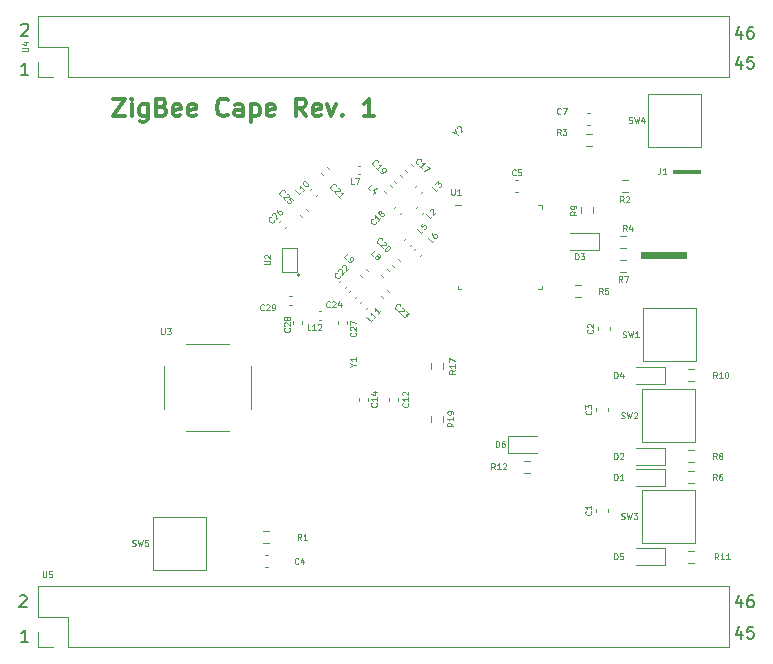
<source format=gbr>
%TF.GenerationSoftware,KiCad,Pcbnew,(5.1.9)-1*%
%TF.CreationDate,2021-09-23T16:30:07-05:00*%
%TF.ProjectId,zigbeeCape,7a696762-6565-4436-9170-652e6b696361,rev?*%
%TF.SameCoordinates,Original*%
%TF.FileFunction,Legend,Top*%
%TF.FilePolarity,Positive*%
%FSLAX46Y46*%
G04 Gerber Fmt 4.6, Leading zero omitted, Abs format (unit mm)*
G04 Created by KiCad (PCBNEW (5.1.9)-1) date 2021-09-23 16:30:07*
%MOMM*%
%LPD*%
G01*
G04 APERTURE LIST*
%ADD10C,0.150000*%
%ADD11C,0.300000*%
%ADD12C,0.120000*%
%ADD13C,0.100000*%
%ADD14C,0.076200*%
G04 APERTURE END LIST*
D10*
X1682714Y1071619D02*
X1111285Y1071619D01*
X1397000Y1071619D02*
X1397000Y2071619D01*
X1301761Y1928761D01*
X1206523Y1833523D01*
X1111285Y1785904D01*
X984285Y4897380D02*
X1031904Y4945000D01*
X1127142Y4992619D01*
X1365238Y4992619D01*
X1460476Y4945000D01*
X1508095Y4897380D01*
X1555714Y4802142D01*
X1555714Y4706904D01*
X1508095Y4564047D01*
X936666Y3992619D01*
X1555714Y3992619D01*
X62071285Y1992285D02*
X62071285Y1325619D01*
X61833190Y2373238D02*
X61595095Y1658952D01*
X62214142Y1658952D01*
X63071285Y2325619D02*
X62595095Y2325619D01*
X62547476Y1849428D01*
X62595095Y1897047D01*
X62690333Y1944666D01*
X62928428Y1944666D01*
X63023666Y1897047D01*
X63071285Y1849428D01*
X63118904Y1754190D01*
X63118904Y1516095D01*
X63071285Y1420857D01*
X63023666Y1373238D01*
X62928428Y1325619D01*
X62690333Y1325619D01*
X62595095Y1373238D01*
X62547476Y1420857D01*
X62071285Y4659285D02*
X62071285Y3992619D01*
X61833190Y5040238D02*
X61595095Y4325952D01*
X62214142Y4325952D01*
X63023666Y4992619D02*
X62833190Y4992619D01*
X62737952Y4945000D01*
X62690333Y4897380D01*
X62595095Y4754523D01*
X62547476Y4564047D01*
X62547476Y4183095D01*
X62595095Y4087857D01*
X62642714Y4040238D01*
X62737952Y3992619D01*
X62928428Y3992619D01*
X63023666Y4040238D01*
X63071285Y4087857D01*
X63118904Y4183095D01*
X63118904Y4421190D01*
X63071285Y4516428D01*
X63023666Y4564047D01*
X62928428Y4611666D01*
X62737952Y4611666D01*
X62642714Y4564047D01*
X62595095Y4516428D01*
X62547476Y4421190D01*
X62071285Y50252285D02*
X62071285Y49585619D01*
X61833190Y50633238D02*
X61595095Y49918952D01*
X62214142Y49918952D01*
X63071285Y50585619D02*
X62595095Y50585619D01*
X62547476Y50109428D01*
X62595095Y50157047D01*
X62690333Y50204666D01*
X62928428Y50204666D01*
X63023666Y50157047D01*
X63071285Y50109428D01*
X63118904Y50014190D01*
X63118904Y49776095D01*
X63071285Y49680857D01*
X63023666Y49633238D01*
X62928428Y49585619D01*
X62690333Y49585619D01*
X62595095Y49633238D01*
X62547476Y49680857D01*
X62071285Y52792285D02*
X62071285Y52125619D01*
X61833190Y53173238D02*
X61595095Y52458952D01*
X62214142Y52458952D01*
X63023666Y53125619D02*
X62833190Y53125619D01*
X62737952Y53078000D01*
X62690333Y53030380D01*
X62595095Y52887523D01*
X62547476Y52697047D01*
X62547476Y52316095D01*
X62595095Y52220857D01*
X62642714Y52173238D01*
X62737952Y52125619D01*
X62928428Y52125619D01*
X63023666Y52173238D01*
X63071285Y52220857D01*
X63118904Y52316095D01*
X63118904Y52554190D01*
X63071285Y52649428D01*
X63023666Y52697047D01*
X62928428Y52744666D01*
X62737952Y52744666D01*
X62642714Y52697047D01*
X62595095Y52649428D01*
X62547476Y52554190D01*
X1111285Y53284380D02*
X1158904Y53332000D01*
X1254142Y53379619D01*
X1492238Y53379619D01*
X1587476Y53332000D01*
X1635095Y53284380D01*
X1682714Y53189142D01*
X1682714Y53093904D01*
X1635095Y52951047D01*
X1063666Y52379619D01*
X1682714Y52379619D01*
X1682714Y49077619D02*
X1111285Y49077619D01*
X1397000Y49077619D02*
X1397000Y50077619D01*
X1301761Y49934761D01*
X1206523Y49839523D01*
X1111285Y49791904D01*
D11*
X8867571Y47049428D02*
X9867571Y47049428D01*
X8867571Y45549428D01*
X9867571Y45549428D01*
X10439000Y45549428D02*
X10439000Y46549428D01*
X10439000Y47049428D02*
X10367571Y46978000D01*
X10439000Y46906571D01*
X10510428Y46978000D01*
X10439000Y47049428D01*
X10439000Y46906571D01*
X11796142Y46549428D02*
X11796142Y45335142D01*
X11724714Y45192285D01*
X11653285Y45120857D01*
X11510428Y45049428D01*
X11296142Y45049428D01*
X11153285Y45120857D01*
X11796142Y45620857D02*
X11653285Y45549428D01*
X11367571Y45549428D01*
X11224714Y45620857D01*
X11153285Y45692285D01*
X11081857Y45835142D01*
X11081857Y46263714D01*
X11153285Y46406571D01*
X11224714Y46478000D01*
X11367571Y46549428D01*
X11653285Y46549428D01*
X11796142Y46478000D01*
X13010428Y46335142D02*
X13224714Y46263714D01*
X13296142Y46192285D01*
X13367571Y46049428D01*
X13367571Y45835142D01*
X13296142Y45692285D01*
X13224714Y45620857D01*
X13081857Y45549428D01*
X12510428Y45549428D01*
X12510428Y47049428D01*
X13010428Y47049428D01*
X13153285Y46978000D01*
X13224714Y46906571D01*
X13296142Y46763714D01*
X13296142Y46620857D01*
X13224714Y46478000D01*
X13153285Y46406571D01*
X13010428Y46335142D01*
X12510428Y46335142D01*
X14581857Y45620857D02*
X14439000Y45549428D01*
X14153285Y45549428D01*
X14010428Y45620857D01*
X13939000Y45763714D01*
X13939000Y46335142D01*
X14010428Y46478000D01*
X14153285Y46549428D01*
X14439000Y46549428D01*
X14581857Y46478000D01*
X14653285Y46335142D01*
X14653285Y46192285D01*
X13939000Y46049428D01*
X15867571Y45620857D02*
X15724714Y45549428D01*
X15439000Y45549428D01*
X15296142Y45620857D01*
X15224714Y45763714D01*
X15224714Y46335142D01*
X15296142Y46478000D01*
X15439000Y46549428D01*
X15724714Y46549428D01*
X15867571Y46478000D01*
X15939000Y46335142D01*
X15939000Y46192285D01*
X15224714Y46049428D01*
X18581857Y45692285D02*
X18510428Y45620857D01*
X18296142Y45549428D01*
X18153285Y45549428D01*
X17939000Y45620857D01*
X17796142Y45763714D01*
X17724714Y45906571D01*
X17653285Y46192285D01*
X17653285Y46406571D01*
X17724714Y46692285D01*
X17796142Y46835142D01*
X17939000Y46978000D01*
X18153285Y47049428D01*
X18296142Y47049428D01*
X18510428Y46978000D01*
X18581857Y46906571D01*
X19867571Y45549428D02*
X19867571Y46335142D01*
X19796142Y46478000D01*
X19653285Y46549428D01*
X19367571Y46549428D01*
X19224714Y46478000D01*
X19867571Y45620857D02*
X19724714Y45549428D01*
X19367571Y45549428D01*
X19224714Y45620857D01*
X19153285Y45763714D01*
X19153285Y45906571D01*
X19224714Y46049428D01*
X19367571Y46120857D01*
X19724714Y46120857D01*
X19867571Y46192285D01*
X20581857Y46549428D02*
X20581857Y45049428D01*
X20581857Y46478000D02*
X20724714Y46549428D01*
X21010428Y46549428D01*
X21153285Y46478000D01*
X21224714Y46406571D01*
X21296142Y46263714D01*
X21296142Y45835142D01*
X21224714Y45692285D01*
X21153285Y45620857D01*
X21010428Y45549428D01*
X20724714Y45549428D01*
X20581857Y45620857D01*
X22510428Y45620857D02*
X22367571Y45549428D01*
X22081857Y45549428D01*
X21938999Y45620857D01*
X21867571Y45763714D01*
X21867571Y46335142D01*
X21938999Y46478000D01*
X22081857Y46549428D01*
X22367571Y46549428D01*
X22510428Y46478000D01*
X22581857Y46335142D01*
X22581857Y46192285D01*
X21867571Y46049428D01*
X25224714Y45549428D02*
X24724714Y46263714D01*
X24367571Y45549428D02*
X24367571Y47049428D01*
X24939000Y47049428D01*
X25081857Y46978000D01*
X25153285Y46906571D01*
X25224714Y46763714D01*
X25224714Y46549428D01*
X25153285Y46406571D01*
X25081857Y46335142D01*
X24939000Y46263714D01*
X24367571Y46263714D01*
X26439000Y45620857D02*
X26296142Y45549428D01*
X26010428Y45549428D01*
X25867571Y45620857D01*
X25796142Y45763714D01*
X25796142Y46335142D01*
X25867571Y46478000D01*
X26010428Y46549428D01*
X26296142Y46549428D01*
X26439000Y46478000D01*
X26510428Y46335142D01*
X26510428Y46192285D01*
X25796142Y46049428D01*
X27010428Y46549428D02*
X27367571Y45549428D01*
X27724714Y46549428D01*
X28296142Y45692285D02*
X28367571Y45620857D01*
X28296142Y45549428D01*
X28224714Y45620857D01*
X28296142Y45692285D01*
X28296142Y45549428D01*
X30938999Y45549428D02*
X30081857Y45549428D01*
X30510428Y45549428D02*
X30510428Y47049428D01*
X30367571Y46835142D01*
X30224714Y46692285D01*
X30081857Y46620857D01*
D12*
%TO.C,U1*%
X38360000Y38010000D02*
X37835000Y38010000D01*
X38060000Y30910000D02*
X38060000Y31210000D01*
X38360000Y30910000D02*
X38060000Y30910000D01*
X45160000Y30910000D02*
X45160000Y31210000D01*
X44860000Y30910000D02*
X45160000Y30910000D01*
X45160000Y38010000D02*
X45160000Y37710000D01*
X44860000Y38010000D02*
X45160000Y38010000D01*
%TO.C,U3*%
X15091000Y26286000D02*
X18691000Y26286000D01*
X15091000Y18926000D02*
X18691000Y18926000D01*
X20571000Y24406000D02*
X20571000Y20806000D01*
X13211000Y24406000D02*
X13211000Y20806000D01*
%TO.C,C14*%
X29739000Y21705835D02*
X29739000Y21474165D01*
X30459000Y21705835D02*
X30459000Y21474165D01*
%TO.C,C12*%
X32279000Y21705835D02*
X32279000Y21474165D01*
X32999000Y21705835D02*
X32999000Y21474165D01*
D13*
%TO.C,J1*%
G36*
X58547000Y40767000D02*
G01*
X56261000Y40767000D01*
X56261000Y41021000D01*
X58547000Y41021000D01*
X58547000Y40767000D01*
G37*
X58547000Y40767000D02*
X56261000Y40767000D01*
X56261000Y41021000D01*
X58547000Y41021000D01*
X58547000Y40767000D01*
G36*
X57404000Y33528000D02*
G01*
X53594000Y33528000D01*
X53594000Y34036000D01*
X57404000Y34036000D01*
X57404000Y33528000D01*
G37*
X57404000Y33528000D02*
X53594000Y33528000D01*
X53594000Y34036000D01*
X57404000Y34036000D01*
X57404000Y33528000D01*
D12*
%TO.C,C5*%
X42906733Y39114000D02*
X43199267Y39114000D01*
X42906733Y40134000D02*
X43199267Y40134000D01*
%TO.C,L12*%
X26516200Y28342000D02*
X26315800Y28342000D01*
X26516200Y29062000D02*
X26315800Y29062000D01*
%TO.C,L11*%
X30424411Y29407294D02*
X30282706Y29265589D01*
X29915294Y29916411D02*
X29773589Y29774706D01*
%TO.C,L9*%
X30282706Y32583411D02*
X30424411Y32441706D01*
X29773589Y32074294D02*
X29915294Y31932589D01*
%TO.C,L8*%
X32060706Y32583411D02*
X32202411Y32441706D01*
X31551589Y32074294D02*
X31693294Y31932589D01*
%TO.C,L6*%
X35025411Y33896294D02*
X34883706Y33754589D01*
X34516294Y34405411D02*
X34374589Y34263706D01*
%TO.C,L5*%
X34185411Y34706294D02*
X34043706Y34564589D01*
X33676294Y35215411D02*
X33534589Y35073706D01*
%TO.C,L2*%
X35165411Y37408294D02*
X35023706Y37266589D01*
X34656294Y37917411D02*
X34514589Y37775706D01*
%TO.C,C29*%
X23991835Y29612000D02*
X23760165Y29612000D01*
X23991835Y30332000D02*
X23760165Y30332000D01*
%TO.C,C28*%
X24871000Y28182835D02*
X24871000Y27951165D01*
X24151000Y28182835D02*
X24151000Y27951165D01*
%TO.C,C27*%
X28681000Y28182835D02*
X28681000Y27951165D01*
X27961000Y28182835D02*
X27961000Y27951165D01*
%TO.C,C26*%
X23577466Y36276349D02*
X23413651Y36112534D01*
X23068349Y36785466D02*
X22904534Y36621651D01*
%TO.C,C25*%
X25191651Y37674466D02*
X25355466Y37510651D01*
X24682534Y37165349D02*
X24846349Y37001534D01*
%TO.C,C24*%
X29546466Y30307349D02*
X29382651Y30143534D01*
X29037349Y30816466D02*
X28873534Y30652651D01*
%TO.C,C23*%
X32049651Y30816466D02*
X32213466Y30652651D01*
X31540534Y30307349D02*
X31704349Y30143534D01*
%TO.C,C22*%
X27984534Y31541651D02*
X28148349Y31705466D01*
X28493651Y31032534D02*
X28657466Y31196349D01*
%TO.C,C21*%
X26624349Y40557534D02*
X26460534Y40721349D01*
X27133466Y41066651D02*
X26969651Y41230466D01*
%TO.C,C20*%
X33022651Y33456466D02*
X33186466Y33292651D01*
X32513534Y32947349D02*
X32677349Y32783534D01*
%TO.C,C19*%
X32847349Y39922534D02*
X32683534Y40086349D01*
X33356466Y40431651D02*
X33192651Y40595466D01*
%TO.C,C18*%
X33356466Y37419349D02*
X33192651Y37255534D01*
X32847349Y37928466D02*
X32683534Y37764651D01*
%TO.C,C17*%
X34081651Y41484466D02*
X34245466Y41320651D01*
X33572534Y40975349D02*
X33736349Y40811534D01*
%TO.C,U5*%
X2480000Y575000D02*
X2480000Y1905000D01*
X3810000Y575000D02*
X2480000Y575000D01*
X2480000Y3175000D02*
X2480000Y5775000D01*
X5080000Y3175000D02*
X2480000Y3175000D01*
X5080000Y575000D02*
X5080000Y3175000D01*
X2480000Y5775000D02*
X61020000Y5775000D01*
X5080000Y575000D02*
X61020000Y575000D01*
X61020000Y575000D02*
X61020000Y5775000D01*
%TO.C,SW1*%
X53757000Y24801000D02*
X58257000Y24801000D01*
X58257000Y24801000D02*
X58257000Y29301000D01*
X58257000Y29301000D02*
X53757000Y29301000D01*
X53757000Y24801000D02*
X53757000Y29301000D01*
%TO.C,D3*%
X47587000Y34190000D02*
X50047000Y34190000D01*
X50047000Y34190000D02*
X50047000Y35660000D01*
X50047000Y35660000D02*
X47587000Y35660000D01*
%TO.C,U4*%
X61020000Y48835000D02*
X61020000Y54035000D01*
X5080000Y48835000D02*
X61020000Y48835000D01*
X2480000Y54035000D02*
X61020000Y54035000D01*
X5080000Y48835000D02*
X5080000Y51435000D01*
X5080000Y51435000D02*
X2480000Y51435000D01*
X2480000Y51435000D02*
X2480000Y54035000D01*
X3810000Y48835000D02*
X2480000Y48835000D01*
X2480000Y48835000D02*
X2480000Y50165000D01*
%TO.C,C1*%
X49782000Y12338267D02*
X49782000Y12045733D01*
X50802000Y12338267D02*
X50802000Y12045733D01*
%TO.C,C2*%
X49909000Y27412733D02*
X49909000Y27705267D01*
X50929000Y27412733D02*
X50929000Y27705267D01*
%TO.C,C3*%
X49782000Y20847267D02*
X49782000Y20554733D01*
X50802000Y20847267D02*
X50802000Y20554733D01*
%TO.C,C4*%
X21697733Y7364000D02*
X21990267Y7364000D01*
X21697733Y8384000D02*
X21990267Y8384000D01*
%TO.C,C7*%
X49295267Y45849000D02*
X49002733Y45849000D01*
X49295267Y44829000D02*
X49002733Y44829000D01*
%TO.C,D1*%
X55635000Y15721000D02*
X53175000Y15721000D01*
X55635000Y14251000D02*
X55635000Y15721000D01*
X53175000Y14251000D02*
X55635000Y14251000D01*
%TO.C,D2*%
X53175000Y16029000D02*
X55635000Y16029000D01*
X55635000Y16029000D02*
X55635000Y17499000D01*
X55635000Y17499000D02*
X53175000Y17499000D01*
%TO.C,D4*%
X53175000Y22887000D02*
X55635000Y22887000D01*
X55635000Y22887000D02*
X55635000Y24357000D01*
X55635000Y24357000D02*
X53175000Y24357000D01*
%TO.C,D5*%
X53175000Y7520000D02*
X55635000Y7520000D01*
X55635000Y7520000D02*
X55635000Y8990000D01*
X55635000Y8990000D02*
X53175000Y8990000D01*
%TO.C,D6*%
X42296000Y17045000D02*
X44756000Y17045000D01*
X42296000Y18515000D02*
X42296000Y17045000D01*
X44756000Y18515000D02*
X42296000Y18515000D01*
%TO.C,L3*%
X34614294Y39695411D02*
X34472589Y39553706D01*
X35123411Y39186294D02*
X34981706Y39044589D01*
%TO.C,L4*%
X31947294Y39044589D02*
X31805589Y39186294D01*
X32456411Y39553706D02*
X32314706Y39695411D01*
%TO.C,L7*%
X29818200Y41381000D02*
X29617800Y41381000D01*
X29818200Y40661000D02*
X29617800Y40661000D01*
%TO.C,L10*%
X26233411Y38932294D02*
X26091706Y38790589D01*
X25724294Y39441411D02*
X25582589Y39299706D01*
%TO.C,R1*%
X22098724Y9383500D02*
X21589276Y9383500D01*
X22098724Y10428500D02*
X21589276Y10428500D01*
%TO.C,R2*%
X52451724Y39101500D02*
X51942276Y39101500D01*
X52451724Y40146500D02*
X51942276Y40146500D01*
%TO.C,R3*%
X49403724Y44083500D02*
X48894276Y44083500D01*
X49403724Y43038500D02*
X48894276Y43038500D01*
%TO.C,R4*%
X52324724Y35447500D02*
X51815276Y35447500D01*
X52324724Y34402500D02*
X51815276Y34402500D01*
%TO.C,R5*%
X48514724Y30211500D02*
X48005276Y30211500D01*
X48514724Y31256500D02*
X48005276Y31256500D01*
%TO.C,R6*%
X57530276Y14463500D02*
X58039724Y14463500D01*
X57530276Y15508500D02*
X58039724Y15508500D01*
%TO.C,R7*%
X52324724Y33415500D02*
X51815276Y33415500D01*
X52324724Y32370500D02*
X51815276Y32370500D01*
%TO.C,R8*%
X57530276Y17286500D02*
X58039724Y17286500D01*
X57530276Y16241500D02*
X58039724Y16241500D01*
%TO.C,R9*%
X49544500Y37337276D02*
X49544500Y37846724D01*
X48499500Y37337276D02*
X48499500Y37846724D01*
%TO.C,R10*%
X57530276Y24144500D02*
X58039724Y24144500D01*
X57530276Y23099500D02*
X58039724Y23099500D01*
%TO.C,R11*%
X57530276Y7732500D02*
X58039724Y7732500D01*
X57530276Y8777500D02*
X58039724Y8777500D01*
%TO.C,R12*%
X43687276Y16397500D02*
X44196724Y16397500D01*
X43687276Y15352500D02*
X44196724Y15352500D01*
%TO.C,R17*%
X36844500Y24129276D02*
X36844500Y24638724D01*
X35799500Y24129276D02*
X35799500Y24638724D01*
%TO.C,R19*%
X36844500Y20193724D02*
X36844500Y19684276D01*
X35799500Y20193724D02*
X35799500Y19684276D01*
%TO.C,SW3*%
X53630000Y9434000D02*
X58130000Y9434000D01*
X58130000Y9434000D02*
X58130000Y13934000D01*
X58130000Y13934000D02*
X53630000Y13934000D01*
X53630000Y9434000D02*
X53630000Y13934000D01*
%TO.C,SW2*%
X53630000Y17943000D02*
X53630000Y22443000D01*
X58130000Y22443000D02*
X53630000Y22443000D01*
X58130000Y17943000D02*
X58130000Y22443000D01*
X53630000Y17943000D02*
X58130000Y17943000D01*
%TO.C,SW5*%
X16728000Y11648000D02*
X12228000Y11648000D01*
X12228000Y11648000D02*
X12228000Y7148000D01*
X12228000Y7148000D02*
X16728000Y7148000D01*
X16728000Y11648000D02*
X16728000Y7148000D01*
%TO.C,SW4*%
X54138000Y42962000D02*
X54138000Y47462000D01*
X58638000Y47462000D02*
X54138000Y47462000D01*
X58638000Y42962000D02*
X58638000Y47462000D01*
X54138000Y42962000D02*
X58638000Y42962000D01*
%TO.C,U2*%
X24676000Y32101000D02*
G75*
G03*
X24676000Y32101000I-100000J0D01*
G01*
X24476000Y32401000D02*
X23176000Y32401000D01*
X24476000Y34401000D02*
X24476000Y32401000D01*
X23176000Y34401000D02*
X24476000Y34401000D01*
X23176000Y32401000D02*
X23176000Y34401000D01*
%TO.C,U1*%
D14*
X37511952Y39394190D02*
X37511952Y38982952D01*
X37536142Y38934571D01*
X37560333Y38910380D01*
X37608714Y38886190D01*
X37705476Y38886190D01*
X37753857Y38910380D01*
X37778047Y38934571D01*
X37802238Y38982952D01*
X37802238Y39394190D01*
X38310238Y38886190D02*
X38019952Y38886190D01*
X38165095Y38886190D02*
X38165095Y39394190D01*
X38116714Y39321619D01*
X38068333Y39273238D01*
X38019952Y39249047D01*
%TO.C,U3*%
X12947952Y27583190D02*
X12947952Y27171952D01*
X12972142Y27123571D01*
X12996333Y27099380D01*
X13044714Y27075190D01*
X13141476Y27075190D01*
X13189857Y27099380D01*
X13214047Y27123571D01*
X13238238Y27171952D01*
X13238238Y27583190D01*
X13431761Y27583190D02*
X13746238Y27583190D01*
X13576904Y27389666D01*
X13649476Y27389666D01*
X13697857Y27365476D01*
X13722047Y27341285D01*
X13746238Y27292904D01*
X13746238Y27171952D01*
X13722047Y27123571D01*
X13697857Y27099380D01*
X13649476Y27075190D01*
X13504333Y27075190D01*
X13455952Y27099380D01*
X13431761Y27123571D01*
%TO.C,C14*%
X31169428Y21263428D02*
X31193619Y21239238D01*
X31217809Y21166666D01*
X31217809Y21118285D01*
X31193619Y21045714D01*
X31145238Y20997333D01*
X31096857Y20973142D01*
X31000095Y20948952D01*
X30927523Y20948952D01*
X30830761Y20973142D01*
X30782380Y20997333D01*
X30734000Y21045714D01*
X30709809Y21118285D01*
X30709809Y21166666D01*
X30734000Y21239238D01*
X30758190Y21263428D01*
X31217809Y21747238D02*
X31217809Y21456952D01*
X31217809Y21602095D02*
X30709809Y21602095D01*
X30782380Y21553714D01*
X30830761Y21505333D01*
X30854952Y21456952D01*
X30879142Y22182666D02*
X31217809Y22182666D01*
X30685619Y22061714D02*
X31048476Y21940761D01*
X31048476Y22255238D01*
%TO.C,C12*%
X33836428Y21263428D02*
X33860619Y21239238D01*
X33884809Y21166666D01*
X33884809Y21118285D01*
X33860619Y21045714D01*
X33812238Y20997333D01*
X33763857Y20973142D01*
X33667095Y20948952D01*
X33594523Y20948952D01*
X33497761Y20973142D01*
X33449380Y20997333D01*
X33401000Y21045714D01*
X33376809Y21118285D01*
X33376809Y21166666D01*
X33401000Y21239238D01*
X33425190Y21263428D01*
X33884809Y21747238D02*
X33884809Y21456952D01*
X33884809Y21602095D02*
X33376809Y21602095D01*
X33449380Y21553714D01*
X33497761Y21505333D01*
X33521952Y21456952D01*
X33425190Y21940761D02*
X33401000Y21964952D01*
X33376809Y22013333D01*
X33376809Y22134285D01*
X33401000Y22182666D01*
X33425190Y22206857D01*
X33473571Y22231047D01*
X33521952Y22231047D01*
X33594523Y22206857D01*
X33884809Y21916571D01*
X33884809Y22231047D01*
%TO.C,J1*%
X55202666Y41172190D02*
X55202666Y40809333D01*
X55178476Y40736761D01*
X55130095Y40688380D01*
X55057523Y40664190D01*
X55009142Y40664190D01*
X55710666Y40664190D02*
X55420380Y40664190D01*
X55565523Y40664190D02*
X55565523Y41172190D01*
X55517142Y41099619D01*
X55468761Y41051238D01*
X55420380Y41027047D01*
%TO.C,C5*%
X42968333Y40585571D02*
X42944142Y40561380D01*
X42871571Y40537190D01*
X42823190Y40537190D01*
X42750619Y40561380D01*
X42702238Y40609761D01*
X42678047Y40658142D01*
X42653857Y40754904D01*
X42653857Y40827476D01*
X42678047Y40924238D01*
X42702238Y40972619D01*
X42750619Y41021000D01*
X42823190Y41045190D01*
X42871571Y41045190D01*
X42944142Y41021000D01*
X42968333Y40996809D01*
X43427952Y41045190D02*
X43186047Y41045190D01*
X43161857Y40803285D01*
X43186047Y40827476D01*
X43234428Y40851666D01*
X43355380Y40851666D01*
X43403761Y40827476D01*
X43427952Y40803285D01*
X43452142Y40754904D01*
X43452142Y40633952D01*
X43427952Y40585571D01*
X43403761Y40561380D01*
X43355380Y40537190D01*
X43234428Y40537190D01*
X43186047Y40561380D01*
X43161857Y40585571D01*
%TO.C,L12*%
X25581428Y27456190D02*
X25339523Y27456190D01*
X25339523Y27964190D01*
X26016857Y27456190D02*
X25726571Y27456190D01*
X25871714Y27456190D02*
X25871714Y27964190D01*
X25823333Y27891619D01*
X25774952Y27843238D01*
X25726571Y27819047D01*
X26210380Y27915809D02*
X26234571Y27940000D01*
X26282952Y27964190D01*
X26403904Y27964190D01*
X26452285Y27940000D01*
X26476476Y27915809D01*
X26500666Y27867428D01*
X26500666Y27819047D01*
X26476476Y27746476D01*
X26186190Y27456190D01*
X26500666Y27456190D01*
%TO.C,L11*%
X30857894Y28370264D02*
X30686841Y28199211D01*
X30327631Y28558422D01*
X31165788Y28678158D02*
X30960525Y28472895D01*
X31063156Y28575527D02*
X30703946Y28934737D01*
X30721052Y28849211D01*
X30721052Y28780790D01*
X30703946Y28729474D01*
X31507893Y29020263D02*
X31302630Y28815000D01*
X31405261Y28917632D02*
X31046051Y29276842D01*
X31063156Y29191316D01*
X31063156Y29122895D01*
X31046051Y29071579D01*
%TO.C,L9*%
X28606631Y33425368D02*
X28435579Y33596420D01*
X28794789Y33955631D01*
X28743473Y33288526D02*
X28811894Y33220105D01*
X28863210Y33203000D01*
X28897420Y33203000D01*
X28982947Y33220105D01*
X29068473Y33271421D01*
X29205315Y33408263D01*
X29222420Y33459579D01*
X29222420Y33493789D01*
X29205315Y33545105D01*
X29136894Y33613526D01*
X29085578Y33630631D01*
X29051368Y33630631D01*
X29000052Y33613526D01*
X28914526Y33528000D01*
X28897420Y33476684D01*
X28897420Y33442473D01*
X28914526Y33391158D01*
X28982947Y33322737D01*
X29034262Y33305631D01*
X29068473Y33305631D01*
X29119789Y33322737D01*
%TO.C,L8*%
X30892631Y33679368D02*
X30721579Y33850420D01*
X31080789Y34209631D01*
X31268947Y33713579D02*
X31251841Y33764894D01*
X31251841Y33799105D01*
X31268947Y33850420D01*
X31286052Y33867526D01*
X31337368Y33884631D01*
X31371578Y33884631D01*
X31422894Y33867526D01*
X31491315Y33799105D01*
X31508420Y33747789D01*
X31508420Y33713579D01*
X31491315Y33662263D01*
X31474210Y33645158D01*
X31422894Y33628052D01*
X31388683Y33628052D01*
X31337368Y33645158D01*
X31268947Y33713579D01*
X31217631Y33730684D01*
X31183420Y33730684D01*
X31132105Y33713579D01*
X31063684Y33645158D01*
X31046579Y33593842D01*
X31046579Y33559631D01*
X31063684Y33508316D01*
X31132105Y33439895D01*
X31183420Y33422789D01*
X31217631Y33422789D01*
X31268947Y33439895D01*
X31337368Y33508316D01*
X31354473Y33559631D01*
X31354473Y33593842D01*
X31337368Y33645158D01*
%TO.C,L6*%
X36043631Y35083630D02*
X35872579Y34912578D01*
X35513368Y35271788D01*
X35958105Y35716524D02*
X35889684Y35648103D01*
X35872579Y35596788D01*
X35872579Y35562577D01*
X35889684Y35477051D01*
X35941000Y35391525D01*
X36077841Y35254683D01*
X36129157Y35237578D01*
X36163368Y35237578D01*
X36214683Y35254683D01*
X36283104Y35323104D01*
X36300210Y35374419D01*
X36300210Y35408630D01*
X36283104Y35459946D01*
X36197578Y35545472D01*
X36146262Y35562577D01*
X36112052Y35562577D01*
X36060736Y35545472D01*
X35992315Y35477051D01*
X35975210Y35425735D01*
X35975210Y35391525D01*
X35992315Y35340209D01*
%TO.C,L5*%
X35154631Y35845631D02*
X34983579Y35674579D01*
X34624368Y36033789D01*
X35086210Y36495631D02*
X34915158Y36324578D01*
X35069105Y36136420D01*
X35069105Y36170631D01*
X35086210Y36221947D01*
X35171736Y36307473D01*
X35223052Y36324578D01*
X35257262Y36324578D01*
X35308578Y36307473D01*
X35394104Y36221947D01*
X35411210Y36170631D01*
X35411210Y36136420D01*
X35394104Y36085105D01*
X35308578Y35999579D01*
X35257262Y35982473D01*
X35223052Y35982473D01*
%TO.C,L2*%
X35916631Y37115631D02*
X35745579Y36944579D01*
X35386368Y37303789D01*
X35694263Y37543262D02*
X35694263Y37577473D01*
X35711368Y37628789D01*
X35796894Y37714315D01*
X35848210Y37731420D01*
X35882420Y37731420D01*
X35933736Y37714315D01*
X35967947Y37680104D01*
X36002157Y37611683D01*
X36002157Y37201158D01*
X36224525Y37423526D01*
%TO.C,C29*%
X21644428Y29155571D02*
X21620238Y29131380D01*
X21547666Y29107190D01*
X21499285Y29107190D01*
X21426714Y29131380D01*
X21378333Y29179761D01*
X21354142Y29228142D01*
X21329952Y29324904D01*
X21329952Y29397476D01*
X21354142Y29494238D01*
X21378333Y29542619D01*
X21426714Y29591000D01*
X21499285Y29615190D01*
X21547666Y29615190D01*
X21620238Y29591000D01*
X21644428Y29566809D01*
X21837952Y29566809D02*
X21862142Y29591000D01*
X21910523Y29615190D01*
X22031476Y29615190D01*
X22079857Y29591000D01*
X22104047Y29566809D01*
X22128238Y29518428D01*
X22128238Y29470047D01*
X22104047Y29397476D01*
X21813761Y29107190D01*
X22128238Y29107190D01*
X22370142Y29107190D02*
X22466904Y29107190D01*
X22515285Y29131380D01*
X22539476Y29155571D01*
X22587857Y29228142D01*
X22612047Y29324904D01*
X22612047Y29518428D01*
X22587857Y29566809D01*
X22563666Y29591000D01*
X22515285Y29615190D01*
X22418523Y29615190D01*
X22370142Y29591000D01*
X22345952Y29566809D01*
X22321761Y29518428D01*
X22321761Y29397476D01*
X22345952Y29349095D01*
X22370142Y29324904D01*
X22418523Y29300714D01*
X22515285Y29300714D01*
X22563666Y29324904D01*
X22587857Y29349095D01*
X22612047Y29397476D01*
%TO.C,C28*%
X23803428Y27613428D02*
X23827619Y27589238D01*
X23851809Y27516666D01*
X23851809Y27468285D01*
X23827619Y27395714D01*
X23779238Y27347333D01*
X23730857Y27323142D01*
X23634095Y27298952D01*
X23561523Y27298952D01*
X23464761Y27323142D01*
X23416380Y27347333D01*
X23368000Y27395714D01*
X23343809Y27468285D01*
X23343809Y27516666D01*
X23368000Y27589238D01*
X23392190Y27613428D01*
X23392190Y27806952D02*
X23368000Y27831142D01*
X23343809Y27879523D01*
X23343809Y28000476D01*
X23368000Y28048857D01*
X23392190Y28073047D01*
X23440571Y28097238D01*
X23488952Y28097238D01*
X23561523Y28073047D01*
X23851809Y27782761D01*
X23851809Y28097238D01*
X23561523Y28387523D02*
X23537333Y28339142D01*
X23513142Y28314952D01*
X23464761Y28290761D01*
X23440571Y28290761D01*
X23392190Y28314952D01*
X23368000Y28339142D01*
X23343809Y28387523D01*
X23343809Y28484285D01*
X23368000Y28532666D01*
X23392190Y28556857D01*
X23440571Y28581047D01*
X23464761Y28581047D01*
X23513142Y28556857D01*
X23537333Y28532666D01*
X23561523Y28484285D01*
X23561523Y28387523D01*
X23585714Y28339142D01*
X23609904Y28314952D01*
X23658285Y28290761D01*
X23755047Y28290761D01*
X23803428Y28314952D01*
X23827619Y28339142D01*
X23851809Y28387523D01*
X23851809Y28484285D01*
X23827619Y28532666D01*
X23803428Y28556857D01*
X23755047Y28581047D01*
X23658285Y28581047D01*
X23609904Y28556857D01*
X23585714Y28532666D01*
X23561523Y28484285D01*
%TO.C,C27*%
X29391428Y27232428D02*
X29415619Y27208238D01*
X29439809Y27135666D01*
X29439809Y27087285D01*
X29415619Y27014714D01*
X29367238Y26966333D01*
X29318857Y26942142D01*
X29222095Y26917952D01*
X29149523Y26917952D01*
X29052761Y26942142D01*
X29004380Y26966333D01*
X28956000Y27014714D01*
X28931809Y27087285D01*
X28931809Y27135666D01*
X28956000Y27208238D01*
X28980190Y27232428D01*
X28980190Y27425952D02*
X28956000Y27450142D01*
X28931809Y27498523D01*
X28931809Y27619476D01*
X28956000Y27667857D01*
X28980190Y27692047D01*
X29028571Y27716238D01*
X29076952Y27716238D01*
X29149523Y27692047D01*
X29439809Y27401761D01*
X29439809Y27716238D01*
X28931809Y27885571D02*
X28931809Y28224238D01*
X29439809Y28006523D01*
%TO.C,C26*%
X22503368Y36724789D02*
X22503368Y36690579D01*
X22469158Y36622158D01*
X22434947Y36587947D01*
X22366526Y36553737D01*
X22298105Y36553737D01*
X22246789Y36570842D01*
X22161263Y36622158D01*
X22109947Y36673474D01*
X22058632Y36759000D01*
X22041526Y36810316D01*
X22041526Y36878737D01*
X22075737Y36947158D01*
X22109947Y36981368D01*
X22178368Y37015579D01*
X22212579Y37015579D01*
X22349421Y37152420D02*
X22349421Y37186631D01*
X22366526Y37237947D01*
X22452052Y37323473D01*
X22503368Y37340578D01*
X22537579Y37340578D01*
X22588894Y37323473D01*
X22623105Y37289262D01*
X22657315Y37220841D01*
X22657315Y36810316D01*
X22879683Y37032684D01*
X22828368Y37699788D02*
X22759947Y37631367D01*
X22742841Y37580052D01*
X22742841Y37545841D01*
X22759947Y37460315D01*
X22811262Y37374789D01*
X22948104Y37237947D01*
X22999420Y37220841D01*
X23033631Y37220841D01*
X23084946Y37237947D01*
X23153367Y37306368D01*
X23170473Y37357683D01*
X23170473Y37391894D01*
X23153367Y37443210D01*
X23067841Y37528736D01*
X23016525Y37545841D01*
X22982315Y37545841D01*
X22930999Y37528736D01*
X22862578Y37460315D01*
X22845473Y37408999D01*
X22845473Y37374789D01*
X22862578Y37323473D01*
%TO.C,C25*%
X23135789Y38837631D02*
X23101579Y38837631D01*
X23033158Y38871841D01*
X22998947Y38906052D01*
X22964737Y38974473D01*
X22964737Y39042894D01*
X22981842Y39094210D01*
X23033158Y39179736D01*
X23084474Y39231052D01*
X23170000Y39282367D01*
X23221316Y39299473D01*
X23289737Y39299473D01*
X23358158Y39265262D01*
X23392368Y39231052D01*
X23426579Y39162631D01*
X23426579Y39128420D01*
X23563420Y38991578D02*
X23597631Y38991578D01*
X23648947Y38974473D01*
X23734473Y38888947D01*
X23751578Y38837631D01*
X23751578Y38803420D01*
X23734473Y38752105D01*
X23700262Y38717894D01*
X23631841Y38683684D01*
X23221316Y38683684D01*
X23443684Y38461316D01*
X24127894Y38495526D02*
X23956841Y38666579D01*
X23768683Y38512631D01*
X23802894Y38512631D01*
X23854210Y38495526D01*
X23939736Y38410000D01*
X23956841Y38358684D01*
X23956841Y38324474D01*
X23939736Y38273158D01*
X23854210Y38187632D01*
X23802894Y38170526D01*
X23768683Y38170526D01*
X23717368Y38187632D01*
X23631841Y38273158D01*
X23614736Y38324474D01*
X23614736Y38358684D01*
%TO.C,C24*%
X27232428Y29409571D02*
X27208238Y29385380D01*
X27135666Y29361190D01*
X27087285Y29361190D01*
X27014714Y29385380D01*
X26966333Y29433761D01*
X26942142Y29482142D01*
X26917952Y29578904D01*
X26917952Y29651476D01*
X26942142Y29748238D01*
X26966333Y29796619D01*
X27014714Y29845000D01*
X27087285Y29869190D01*
X27135666Y29869190D01*
X27208238Y29845000D01*
X27232428Y29820809D01*
X27425952Y29820809D02*
X27450142Y29845000D01*
X27498523Y29869190D01*
X27619476Y29869190D01*
X27667857Y29845000D01*
X27692047Y29820809D01*
X27716238Y29772428D01*
X27716238Y29724047D01*
X27692047Y29651476D01*
X27401761Y29361190D01*
X27716238Y29361190D01*
X28151666Y29699857D02*
X28151666Y29361190D01*
X28030714Y29893380D02*
X27909761Y29530523D01*
X28224238Y29530523D01*
%TO.C,C23*%
X32914789Y29185631D02*
X32880579Y29185631D01*
X32812158Y29219841D01*
X32777947Y29254052D01*
X32743737Y29322473D01*
X32743737Y29390894D01*
X32760842Y29442210D01*
X32812158Y29527736D01*
X32863474Y29579052D01*
X32949000Y29630367D01*
X33000316Y29647473D01*
X33068737Y29647473D01*
X33137158Y29613262D01*
X33171368Y29579052D01*
X33205579Y29510631D01*
X33205579Y29476420D01*
X33342420Y29339578D02*
X33376631Y29339578D01*
X33427947Y29322473D01*
X33513473Y29236947D01*
X33530578Y29185631D01*
X33530578Y29151420D01*
X33513473Y29100105D01*
X33479262Y29065894D01*
X33410841Y29031684D01*
X33000316Y29031684D01*
X33222684Y28809316D01*
X33701631Y29048789D02*
X33923999Y28826421D01*
X33667420Y28809316D01*
X33718736Y28758000D01*
X33735841Y28706684D01*
X33735841Y28672474D01*
X33718736Y28621158D01*
X33633210Y28535632D01*
X33581894Y28518526D01*
X33547683Y28518526D01*
X33496368Y28535632D01*
X33393736Y28638263D01*
X33376631Y28689579D01*
X33376631Y28723789D01*
%TO.C,C22*%
X28091368Y32025789D02*
X28091368Y31991579D01*
X28057158Y31923158D01*
X28022947Y31888947D01*
X27954526Y31854737D01*
X27886105Y31854737D01*
X27834789Y31871842D01*
X27749263Y31923158D01*
X27697947Y31974474D01*
X27646632Y32060000D01*
X27629526Y32111316D01*
X27629526Y32179737D01*
X27663737Y32248158D01*
X27697947Y32282368D01*
X27766368Y32316579D01*
X27800579Y32316579D01*
X27937421Y32453420D02*
X27937421Y32487631D01*
X27954526Y32538947D01*
X28040052Y32624473D01*
X28091368Y32641578D01*
X28125579Y32641578D01*
X28176894Y32624473D01*
X28211105Y32590262D01*
X28245315Y32521841D01*
X28245315Y32111316D01*
X28467683Y32333684D01*
X28279526Y32795525D02*
X28279526Y32829736D01*
X28296631Y32881052D01*
X28382157Y32966578D01*
X28433473Y32983683D01*
X28467683Y32983683D01*
X28518999Y32966578D01*
X28553210Y32932367D01*
X28587420Y32863946D01*
X28587420Y32453420D01*
X28809788Y32675789D01*
%TO.C,C21*%
X27453789Y39345631D02*
X27419579Y39345631D01*
X27351158Y39379841D01*
X27316947Y39414052D01*
X27282737Y39482473D01*
X27282737Y39550894D01*
X27299842Y39602210D01*
X27351158Y39687736D01*
X27402474Y39739052D01*
X27488000Y39790367D01*
X27539316Y39807473D01*
X27607737Y39807473D01*
X27676158Y39773262D01*
X27710368Y39739052D01*
X27744579Y39670631D01*
X27744579Y39636420D01*
X27881420Y39499578D02*
X27915631Y39499578D01*
X27966947Y39482473D01*
X28052473Y39396947D01*
X28069578Y39345631D01*
X28069578Y39311420D01*
X28052473Y39260105D01*
X28018262Y39225894D01*
X27949841Y39191684D01*
X27539316Y39191684D01*
X27761684Y38969316D01*
X28103789Y38627211D02*
X27898526Y38832474D01*
X28001157Y38729842D02*
X28360367Y39089052D01*
X28274841Y39071947D01*
X28206420Y39071947D01*
X28155104Y39089052D01*
%TO.C,C20*%
X31390789Y34773631D02*
X31356579Y34773631D01*
X31288158Y34807841D01*
X31253947Y34842052D01*
X31219737Y34910473D01*
X31219737Y34978894D01*
X31236842Y35030210D01*
X31288158Y35115736D01*
X31339474Y35167052D01*
X31425000Y35218367D01*
X31476316Y35235473D01*
X31544737Y35235473D01*
X31613158Y35201262D01*
X31647368Y35167052D01*
X31681579Y35098631D01*
X31681579Y35064420D01*
X31818420Y34927578D02*
X31852631Y34927578D01*
X31903947Y34910473D01*
X31989473Y34824947D01*
X32006578Y34773631D01*
X32006578Y34739420D01*
X31989473Y34688105D01*
X31955262Y34653894D01*
X31886841Y34619684D01*
X31476316Y34619684D01*
X31698684Y34397316D01*
X32280262Y34534158D02*
X32314473Y34499947D01*
X32331578Y34448631D01*
X32331578Y34414421D01*
X32314473Y34363105D01*
X32263157Y34277579D01*
X32177631Y34192053D01*
X32092104Y34140737D01*
X32040789Y34123632D01*
X32006578Y34123632D01*
X31955262Y34140737D01*
X31921052Y34174947D01*
X31903947Y34226263D01*
X31903947Y34260474D01*
X31921052Y34311789D01*
X31972368Y34397316D01*
X32057894Y34482842D01*
X32143420Y34534158D01*
X32194736Y34551263D01*
X32228946Y34551263D01*
X32280262Y34534158D01*
%TO.C,C19*%
X31009789Y41377631D02*
X30975579Y41377631D01*
X30907158Y41411841D01*
X30872947Y41446052D01*
X30838737Y41514473D01*
X30838737Y41582894D01*
X30855842Y41634210D01*
X30907158Y41719736D01*
X30958474Y41771052D01*
X31044000Y41822367D01*
X31095316Y41839473D01*
X31163737Y41839473D01*
X31232158Y41805262D01*
X31266368Y41771052D01*
X31300579Y41702631D01*
X31300579Y41668420D01*
X31317684Y41001316D02*
X31112421Y41206579D01*
X31215052Y41103947D02*
X31574262Y41463157D01*
X31488736Y41446052D01*
X31420315Y41446052D01*
X31369000Y41463157D01*
X31488736Y40830263D02*
X31557157Y40761842D01*
X31608473Y40744737D01*
X31642683Y40744737D01*
X31728210Y40761842D01*
X31813736Y40813158D01*
X31950578Y40950000D01*
X31967683Y41001316D01*
X31967683Y41035526D01*
X31950578Y41086842D01*
X31882157Y41155263D01*
X31830841Y41172368D01*
X31796631Y41172368D01*
X31745315Y41155263D01*
X31659789Y41069737D01*
X31642683Y41018421D01*
X31642683Y40984210D01*
X31659789Y40932895D01*
X31728210Y40864474D01*
X31779525Y40847368D01*
X31813736Y40847368D01*
X31865052Y40864474D01*
%TO.C,C18*%
X31139368Y36597789D02*
X31139368Y36563579D01*
X31105158Y36495158D01*
X31070947Y36460947D01*
X31002526Y36426737D01*
X30934105Y36426737D01*
X30882789Y36443842D01*
X30797263Y36495158D01*
X30745947Y36546474D01*
X30694632Y36632000D01*
X30677526Y36683316D01*
X30677526Y36751737D01*
X30711737Y36820158D01*
X30745947Y36854368D01*
X30814368Y36888579D01*
X30848579Y36888579D01*
X31515683Y36905684D02*
X31310420Y36700421D01*
X31413052Y36803052D02*
X31053842Y37162262D01*
X31070947Y37076736D01*
X31070947Y37008315D01*
X31053842Y36957000D01*
X31515683Y37316210D02*
X31464368Y37299104D01*
X31430157Y37299104D01*
X31378841Y37316210D01*
X31361736Y37333315D01*
X31344631Y37384631D01*
X31344631Y37418841D01*
X31361736Y37470157D01*
X31430157Y37538578D01*
X31481473Y37555683D01*
X31515683Y37555683D01*
X31566999Y37538578D01*
X31584104Y37521473D01*
X31601210Y37470157D01*
X31601210Y37435946D01*
X31584104Y37384631D01*
X31515683Y37316210D01*
X31498578Y37264894D01*
X31498578Y37230683D01*
X31515683Y37179368D01*
X31584104Y37110947D01*
X31635420Y37093841D01*
X31669631Y37093841D01*
X31720946Y37110947D01*
X31789367Y37179368D01*
X31806473Y37230683D01*
X31806473Y37264894D01*
X31789367Y37316210D01*
X31720946Y37384631D01*
X31669631Y37401736D01*
X31635420Y37401736D01*
X31584104Y37384631D01*
%TO.C,C17*%
X34692789Y41504631D02*
X34658579Y41504631D01*
X34590158Y41538841D01*
X34555947Y41573052D01*
X34521737Y41641473D01*
X34521737Y41709894D01*
X34538842Y41761210D01*
X34590158Y41846736D01*
X34641474Y41898052D01*
X34727000Y41949367D01*
X34778316Y41966473D01*
X34846737Y41966473D01*
X34915158Y41932262D01*
X34949368Y41898052D01*
X34983579Y41829631D01*
X34983579Y41795420D01*
X35000684Y41128316D02*
X34795421Y41333579D01*
X34898052Y41230947D02*
X35257262Y41590157D01*
X35171736Y41573052D01*
X35103315Y41573052D01*
X35052000Y41590157D01*
X35479631Y41367789D02*
X35719104Y41128316D01*
X35205947Y40923053D01*
%TO.C,Y2*%
X37920395Y44160500D02*
X38091448Y43989447D01*
X37612501Y44228921D02*
X37920395Y44160500D01*
X37851974Y44468394D01*
X37988816Y44536815D02*
X37988816Y44571026D01*
X38005922Y44622341D01*
X38091448Y44707868D01*
X38142764Y44724973D01*
X38176974Y44724973D01*
X38228290Y44707868D01*
X38262500Y44673657D01*
X38296711Y44605236D01*
X38296711Y44194710D01*
X38519079Y44417078D01*
%TO.C,U5*%
X2914952Y7009190D02*
X2914952Y6597952D01*
X2939142Y6549571D01*
X2963333Y6525380D01*
X3011714Y6501190D01*
X3108476Y6501190D01*
X3156857Y6525380D01*
X3181047Y6549571D01*
X3205238Y6597952D01*
X3205238Y7009190D01*
X3689047Y7009190D02*
X3447142Y7009190D01*
X3422952Y6767285D01*
X3447142Y6791476D01*
X3495523Y6815666D01*
X3616476Y6815666D01*
X3664857Y6791476D01*
X3689047Y6767285D01*
X3713238Y6718904D01*
X3713238Y6597952D01*
X3689047Y6549571D01*
X3664857Y6525380D01*
X3616476Y6501190D01*
X3495523Y6501190D01*
X3447142Y6525380D01*
X3422952Y6549571D01*
%TO.C,SW1*%
X52027666Y26845380D02*
X52100238Y26821190D01*
X52221190Y26821190D01*
X52269571Y26845380D01*
X52293761Y26869571D01*
X52317952Y26917952D01*
X52317952Y26966333D01*
X52293761Y27014714D01*
X52269571Y27038904D01*
X52221190Y27063095D01*
X52124428Y27087285D01*
X52076047Y27111476D01*
X52051857Y27135666D01*
X52027666Y27184047D01*
X52027666Y27232428D01*
X52051857Y27280809D01*
X52076047Y27305000D01*
X52124428Y27329190D01*
X52245380Y27329190D01*
X52317952Y27305000D01*
X52487285Y27329190D02*
X52608238Y26821190D01*
X52705000Y27184047D01*
X52801761Y26821190D01*
X52922714Y27329190D01*
X53382333Y26821190D02*
X53092047Y26821190D01*
X53237190Y26821190D02*
X53237190Y27329190D01*
X53188809Y27256619D01*
X53140428Y27208238D01*
X53092047Y27184047D01*
%TO.C,D3*%
X48012047Y33425190D02*
X48012047Y33933190D01*
X48133000Y33933190D01*
X48205571Y33909000D01*
X48253952Y33860619D01*
X48278142Y33812238D01*
X48302333Y33715476D01*
X48302333Y33642904D01*
X48278142Y33546142D01*
X48253952Y33497761D01*
X48205571Y33449380D01*
X48133000Y33425190D01*
X48012047Y33425190D01*
X48471666Y33933190D02*
X48786142Y33933190D01*
X48616809Y33739666D01*
X48689380Y33739666D01*
X48737761Y33715476D01*
X48761952Y33691285D01*
X48786142Y33642904D01*
X48786142Y33521952D01*
X48761952Y33473571D01*
X48737761Y33449380D01*
X48689380Y33425190D01*
X48544238Y33425190D01*
X48495857Y33449380D01*
X48471666Y33473571D01*
%TO.C,U4*%
X1201809Y51047952D02*
X1613047Y51047952D01*
X1661428Y51072142D01*
X1685619Y51096333D01*
X1709809Y51144714D01*
X1709809Y51241476D01*
X1685619Y51289857D01*
X1661428Y51314047D01*
X1613047Y51338238D01*
X1201809Y51338238D01*
X1371142Y51797857D02*
X1709809Y51797857D01*
X1177619Y51676904D02*
X1540476Y51555952D01*
X1540476Y51870428D01*
%TO.C,C1*%
X49330428Y12107333D02*
X49354619Y12083142D01*
X49378809Y12010571D01*
X49378809Y11962190D01*
X49354619Y11889619D01*
X49306238Y11841238D01*
X49257857Y11817047D01*
X49161095Y11792857D01*
X49088523Y11792857D01*
X48991761Y11817047D01*
X48943380Y11841238D01*
X48895000Y11889619D01*
X48870809Y11962190D01*
X48870809Y12010571D01*
X48895000Y12083142D01*
X48919190Y12107333D01*
X49378809Y12591142D02*
X49378809Y12300857D01*
X49378809Y12446000D02*
X48870809Y12446000D01*
X48943380Y12397619D01*
X48991761Y12349238D01*
X49015952Y12300857D01*
%TO.C,C2*%
X49457428Y27474333D02*
X49481619Y27450142D01*
X49505809Y27377571D01*
X49505809Y27329190D01*
X49481619Y27256619D01*
X49433238Y27208238D01*
X49384857Y27184047D01*
X49288095Y27159857D01*
X49215523Y27159857D01*
X49118761Y27184047D01*
X49070380Y27208238D01*
X49022000Y27256619D01*
X48997809Y27329190D01*
X48997809Y27377571D01*
X49022000Y27450142D01*
X49046190Y27474333D01*
X49046190Y27667857D02*
X49022000Y27692047D01*
X48997809Y27740428D01*
X48997809Y27861380D01*
X49022000Y27909761D01*
X49046190Y27933952D01*
X49094571Y27958142D01*
X49142952Y27958142D01*
X49215523Y27933952D01*
X49505809Y27643666D01*
X49505809Y27958142D01*
%TO.C,C3*%
X49330428Y20616333D02*
X49354619Y20592142D01*
X49378809Y20519571D01*
X49378809Y20471190D01*
X49354619Y20398619D01*
X49306238Y20350238D01*
X49257857Y20326047D01*
X49161095Y20301857D01*
X49088523Y20301857D01*
X48991761Y20326047D01*
X48943380Y20350238D01*
X48895000Y20398619D01*
X48870809Y20471190D01*
X48870809Y20519571D01*
X48895000Y20592142D01*
X48919190Y20616333D01*
X48870809Y20785666D02*
X48870809Y21100142D01*
X49064333Y20930809D01*
X49064333Y21003380D01*
X49088523Y21051761D01*
X49112714Y21075952D01*
X49161095Y21100142D01*
X49282047Y21100142D01*
X49330428Y21075952D01*
X49354619Y21051761D01*
X49378809Y21003380D01*
X49378809Y20858238D01*
X49354619Y20809857D01*
X49330428Y20785666D01*
%TO.C,C4*%
X24553333Y7692571D02*
X24529142Y7668380D01*
X24456571Y7644190D01*
X24408190Y7644190D01*
X24335619Y7668380D01*
X24287238Y7716761D01*
X24263047Y7765142D01*
X24238857Y7861904D01*
X24238857Y7934476D01*
X24263047Y8031238D01*
X24287238Y8079619D01*
X24335619Y8128000D01*
X24408190Y8152190D01*
X24456571Y8152190D01*
X24529142Y8128000D01*
X24553333Y8103809D01*
X24988761Y7982857D02*
X24988761Y7644190D01*
X24867809Y8176380D02*
X24746857Y7813523D01*
X25061333Y7813523D01*
%TO.C,C7*%
X46778333Y45792571D02*
X46754142Y45768380D01*
X46681571Y45744190D01*
X46633190Y45744190D01*
X46560619Y45768380D01*
X46512238Y45816761D01*
X46488047Y45865142D01*
X46463857Y45961904D01*
X46463857Y46034476D01*
X46488047Y46131238D01*
X46512238Y46179619D01*
X46560619Y46228000D01*
X46633190Y46252190D01*
X46681571Y46252190D01*
X46754142Y46228000D01*
X46778333Y46203809D01*
X46947666Y46252190D02*
X47286333Y46252190D01*
X47068619Y45744190D01*
%TO.C,D1*%
X51314047Y14756190D02*
X51314047Y15264190D01*
X51435000Y15264190D01*
X51507571Y15240000D01*
X51555952Y15191619D01*
X51580142Y15143238D01*
X51604333Y15046476D01*
X51604333Y14973904D01*
X51580142Y14877142D01*
X51555952Y14828761D01*
X51507571Y14780380D01*
X51435000Y14756190D01*
X51314047Y14756190D01*
X52088142Y14756190D02*
X51797857Y14756190D01*
X51943000Y14756190D02*
X51943000Y15264190D01*
X51894619Y15191619D01*
X51846238Y15143238D01*
X51797857Y15119047D01*
%TO.C,D2*%
X51314047Y16534190D02*
X51314047Y17042190D01*
X51435000Y17042190D01*
X51507571Y17018000D01*
X51555952Y16969619D01*
X51580142Y16921238D01*
X51604333Y16824476D01*
X51604333Y16751904D01*
X51580142Y16655142D01*
X51555952Y16606761D01*
X51507571Y16558380D01*
X51435000Y16534190D01*
X51314047Y16534190D01*
X51797857Y16993809D02*
X51822047Y17018000D01*
X51870428Y17042190D01*
X51991380Y17042190D01*
X52039761Y17018000D01*
X52063952Y16993809D01*
X52088142Y16945428D01*
X52088142Y16897047D01*
X52063952Y16824476D01*
X51773666Y16534190D01*
X52088142Y16534190D01*
%TO.C,D4*%
X51314047Y23392190D02*
X51314047Y23900190D01*
X51435000Y23900190D01*
X51507571Y23876000D01*
X51555952Y23827619D01*
X51580142Y23779238D01*
X51604333Y23682476D01*
X51604333Y23609904D01*
X51580142Y23513142D01*
X51555952Y23464761D01*
X51507571Y23416380D01*
X51435000Y23392190D01*
X51314047Y23392190D01*
X52039761Y23730857D02*
X52039761Y23392190D01*
X51918809Y23924380D02*
X51797857Y23561523D01*
X52112333Y23561523D01*
%TO.C,D5*%
X51314047Y8025190D02*
X51314047Y8533190D01*
X51435000Y8533190D01*
X51507571Y8509000D01*
X51555952Y8460619D01*
X51580142Y8412238D01*
X51604333Y8315476D01*
X51604333Y8242904D01*
X51580142Y8146142D01*
X51555952Y8097761D01*
X51507571Y8049380D01*
X51435000Y8025190D01*
X51314047Y8025190D01*
X52063952Y8533190D02*
X51822047Y8533190D01*
X51797857Y8291285D01*
X51822047Y8315476D01*
X51870428Y8339666D01*
X51991380Y8339666D01*
X52039761Y8315476D01*
X52063952Y8291285D01*
X52088142Y8242904D01*
X52088142Y8121952D01*
X52063952Y8073571D01*
X52039761Y8049380D01*
X51991380Y8025190D01*
X51870428Y8025190D01*
X51822047Y8049380D01*
X51797857Y8073571D01*
%TO.C,D6*%
X41281047Y17550190D02*
X41281047Y18058190D01*
X41402000Y18058190D01*
X41474571Y18034000D01*
X41522952Y17985619D01*
X41547142Y17937238D01*
X41571333Y17840476D01*
X41571333Y17767904D01*
X41547142Y17671142D01*
X41522952Y17622761D01*
X41474571Y17574380D01*
X41402000Y17550190D01*
X41281047Y17550190D01*
X42006761Y18058190D02*
X41910000Y18058190D01*
X41861619Y18034000D01*
X41837428Y18009809D01*
X41789047Y17937238D01*
X41764857Y17840476D01*
X41764857Y17646952D01*
X41789047Y17598571D01*
X41813238Y17574380D01*
X41861619Y17550190D01*
X41958380Y17550190D01*
X42006761Y17574380D01*
X42030952Y17598571D01*
X42055142Y17646952D01*
X42055142Y17767904D01*
X42030952Y17816285D01*
X42006761Y17840476D01*
X41958380Y17864666D01*
X41861619Y17864666D01*
X41813238Y17840476D01*
X41789047Y17816285D01*
X41764857Y17767904D01*
%TO.C,L3*%
X36424631Y39401631D02*
X36253579Y39230579D01*
X35894368Y39589789D01*
X36150947Y39846368D02*
X36373315Y40068736D01*
X36390420Y39812157D01*
X36441736Y39863473D01*
X36493052Y39880578D01*
X36527262Y39880578D01*
X36578578Y39863473D01*
X36664104Y39777947D01*
X36681210Y39726631D01*
X36681210Y39692420D01*
X36664104Y39641105D01*
X36561473Y39538473D01*
X36510157Y39521368D01*
X36475947Y39521368D01*
%TO.C,L4*%
X30638630Y39267368D02*
X30467578Y39438420D01*
X30826788Y39797631D01*
X31151788Y39233158D02*
X30912314Y38993684D01*
X31203103Y39455526D02*
X30860998Y39284473D01*
X31083367Y39062105D01*
%TO.C,L7*%
X29252333Y39775190D02*
X29010428Y39775190D01*
X29010428Y40283190D01*
X29373285Y40283190D02*
X29711952Y40283190D01*
X29494238Y39775190D01*
%TO.C,L10*%
X24823579Y39103579D02*
X24652526Y38932526D01*
X24293316Y39291737D01*
X25131473Y39411473D02*
X24926210Y39206210D01*
X25028841Y39308842D02*
X24669631Y39668052D01*
X24686737Y39582526D01*
X24686737Y39514105D01*
X24669631Y39462789D01*
X24994631Y39993052D02*
X25028841Y40027262D01*
X25080157Y40044367D01*
X25114368Y40044367D01*
X25165683Y40027262D01*
X25251210Y39975946D01*
X25336736Y39890420D01*
X25388052Y39804894D01*
X25405157Y39753578D01*
X25405157Y39719368D01*
X25388052Y39668052D01*
X25353841Y39633841D01*
X25302525Y39616736D01*
X25268315Y39616736D01*
X25216999Y39633841D01*
X25131473Y39685157D01*
X25045947Y39770683D01*
X24994631Y39856210D01*
X24977526Y39907525D01*
X24977526Y39941736D01*
X24994631Y39993052D01*
%TO.C,R1*%
X24807333Y9676190D02*
X24638000Y9918095D01*
X24517047Y9676190D02*
X24517047Y10184190D01*
X24710571Y10184190D01*
X24758952Y10160000D01*
X24783142Y10135809D01*
X24807333Y10087428D01*
X24807333Y10014857D01*
X24783142Y9966476D01*
X24758952Y9942285D01*
X24710571Y9918095D01*
X24517047Y9918095D01*
X25291142Y9676190D02*
X25000857Y9676190D01*
X25146000Y9676190D02*
X25146000Y10184190D01*
X25097619Y10111619D01*
X25049238Y10063238D01*
X25000857Y10039047D01*
%TO.C,R2*%
X52112333Y38251190D02*
X51943000Y38493095D01*
X51822047Y38251190D02*
X51822047Y38759190D01*
X52015571Y38759190D01*
X52063952Y38735000D01*
X52088142Y38710809D01*
X52112333Y38662428D01*
X52112333Y38589857D01*
X52088142Y38541476D01*
X52063952Y38517285D01*
X52015571Y38493095D01*
X51822047Y38493095D01*
X52305857Y38710809D02*
X52330047Y38735000D01*
X52378428Y38759190D01*
X52499380Y38759190D01*
X52547761Y38735000D01*
X52571952Y38710809D01*
X52596142Y38662428D01*
X52596142Y38614047D01*
X52571952Y38541476D01*
X52281666Y38251190D01*
X52596142Y38251190D01*
%TO.C,R3*%
X46778333Y43966190D02*
X46609000Y44208095D01*
X46488047Y43966190D02*
X46488047Y44474190D01*
X46681571Y44474190D01*
X46729952Y44450000D01*
X46754142Y44425809D01*
X46778333Y44377428D01*
X46778333Y44304857D01*
X46754142Y44256476D01*
X46729952Y44232285D01*
X46681571Y44208095D01*
X46488047Y44208095D01*
X46947666Y44474190D02*
X47262142Y44474190D01*
X47092809Y44280666D01*
X47165380Y44280666D01*
X47213761Y44256476D01*
X47237952Y44232285D01*
X47262142Y44183904D01*
X47262142Y44062952D01*
X47237952Y44014571D01*
X47213761Y43990380D01*
X47165380Y43966190D01*
X47020238Y43966190D01*
X46971857Y43990380D01*
X46947666Y44014571D01*
%TO.C,R4*%
X52366333Y35838190D02*
X52197000Y36080095D01*
X52076047Y35838190D02*
X52076047Y36346190D01*
X52269571Y36346190D01*
X52317952Y36322000D01*
X52342142Y36297809D01*
X52366333Y36249428D01*
X52366333Y36176857D01*
X52342142Y36128476D01*
X52317952Y36104285D01*
X52269571Y36080095D01*
X52076047Y36080095D01*
X52801761Y36176857D02*
X52801761Y35838190D01*
X52680809Y36370380D02*
X52559857Y36007523D01*
X52874333Y36007523D01*
%TO.C,R5*%
X50334333Y30504190D02*
X50165000Y30746095D01*
X50044047Y30504190D02*
X50044047Y31012190D01*
X50237571Y31012190D01*
X50285952Y30988000D01*
X50310142Y30963809D01*
X50334333Y30915428D01*
X50334333Y30842857D01*
X50310142Y30794476D01*
X50285952Y30770285D01*
X50237571Y30746095D01*
X50044047Y30746095D01*
X50793952Y31012190D02*
X50552047Y31012190D01*
X50527857Y30770285D01*
X50552047Y30794476D01*
X50600428Y30818666D01*
X50721380Y30818666D01*
X50769761Y30794476D01*
X50793952Y30770285D01*
X50818142Y30721904D01*
X50818142Y30600952D01*
X50793952Y30552571D01*
X50769761Y30528380D01*
X50721380Y30504190D01*
X50600428Y30504190D01*
X50552047Y30528380D01*
X50527857Y30552571D01*
%TO.C,R6*%
X59986333Y14756190D02*
X59817000Y14998095D01*
X59696047Y14756190D02*
X59696047Y15264190D01*
X59889571Y15264190D01*
X59937952Y15240000D01*
X59962142Y15215809D01*
X59986333Y15167428D01*
X59986333Y15094857D01*
X59962142Y15046476D01*
X59937952Y15022285D01*
X59889571Y14998095D01*
X59696047Y14998095D01*
X60421761Y15264190D02*
X60325000Y15264190D01*
X60276619Y15240000D01*
X60252428Y15215809D01*
X60204047Y15143238D01*
X60179857Y15046476D01*
X60179857Y14852952D01*
X60204047Y14804571D01*
X60228238Y14780380D01*
X60276619Y14756190D01*
X60373380Y14756190D01*
X60421761Y14780380D01*
X60445952Y14804571D01*
X60470142Y14852952D01*
X60470142Y14973904D01*
X60445952Y15022285D01*
X60421761Y15046476D01*
X60373380Y15070666D01*
X60276619Y15070666D01*
X60228238Y15046476D01*
X60204047Y15022285D01*
X60179857Y14973904D01*
%TO.C,R7*%
X51985333Y31520190D02*
X51816000Y31762095D01*
X51695047Y31520190D02*
X51695047Y32028190D01*
X51888571Y32028190D01*
X51936952Y32004000D01*
X51961142Y31979809D01*
X51985333Y31931428D01*
X51985333Y31858857D01*
X51961142Y31810476D01*
X51936952Y31786285D01*
X51888571Y31762095D01*
X51695047Y31762095D01*
X52154666Y32028190D02*
X52493333Y32028190D01*
X52275619Y31520190D01*
%TO.C,R8*%
X59986333Y16534190D02*
X59817000Y16776095D01*
X59696047Y16534190D02*
X59696047Y17042190D01*
X59889571Y17042190D01*
X59937952Y17018000D01*
X59962142Y16993809D01*
X59986333Y16945428D01*
X59986333Y16872857D01*
X59962142Y16824476D01*
X59937952Y16800285D01*
X59889571Y16776095D01*
X59696047Y16776095D01*
X60276619Y16824476D02*
X60228238Y16848666D01*
X60204047Y16872857D01*
X60179857Y16921238D01*
X60179857Y16945428D01*
X60204047Y16993809D01*
X60228238Y17018000D01*
X60276619Y17042190D01*
X60373380Y17042190D01*
X60421761Y17018000D01*
X60445952Y16993809D01*
X60470142Y16945428D01*
X60470142Y16921238D01*
X60445952Y16872857D01*
X60421761Y16848666D01*
X60373380Y16824476D01*
X60276619Y16824476D01*
X60228238Y16800285D01*
X60204047Y16776095D01*
X60179857Y16727714D01*
X60179857Y16630952D01*
X60204047Y16582571D01*
X60228238Y16558380D01*
X60276619Y16534190D01*
X60373380Y16534190D01*
X60421761Y16558380D01*
X60445952Y16582571D01*
X60470142Y16630952D01*
X60470142Y16727714D01*
X60445952Y16776095D01*
X60421761Y16800285D01*
X60373380Y16824476D01*
%TO.C,R9*%
X48108809Y37507333D02*
X47866904Y37338000D01*
X48108809Y37217047D02*
X47600809Y37217047D01*
X47600809Y37410571D01*
X47625000Y37458952D01*
X47649190Y37483142D01*
X47697571Y37507333D01*
X47770142Y37507333D01*
X47818523Y37483142D01*
X47842714Y37458952D01*
X47866904Y37410571D01*
X47866904Y37217047D01*
X48108809Y37749238D02*
X48108809Y37846000D01*
X48084619Y37894380D01*
X48060428Y37918571D01*
X47987857Y37966952D01*
X47891095Y37991142D01*
X47697571Y37991142D01*
X47649190Y37966952D01*
X47625000Y37942761D01*
X47600809Y37894380D01*
X47600809Y37797619D01*
X47625000Y37749238D01*
X47649190Y37725047D01*
X47697571Y37700857D01*
X47818523Y37700857D01*
X47866904Y37725047D01*
X47891095Y37749238D01*
X47915285Y37797619D01*
X47915285Y37894380D01*
X47891095Y37942761D01*
X47866904Y37966952D01*
X47818523Y37991142D01*
%TO.C,R10*%
X59998428Y23392190D02*
X59829095Y23634095D01*
X59708142Y23392190D02*
X59708142Y23900190D01*
X59901666Y23900190D01*
X59950047Y23876000D01*
X59974238Y23851809D01*
X59998428Y23803428D01*
X59998428Y23730857D01*
X59974238Y23682476D01*
X59950047Y23658285D01*
X59901666Y23634095D01*
X59708142Y23634095D01*
X60482238Y23392190D02*
X60191952Y23392190D01*
X60337095Y23392190D02*
X60337095Y23900190D01*
X60288714Y23827619D01*
X60240333Y23779238D01*
X60191952Y23755047D01*
X60796714Y23900190D02*
X60845095Y23900190D01*
X60893476Y23876000D01*
X60917666Y23851809D01*
X60941857Y23803428D01*
X60966047Y23706666D01*
X60966047Y23585714D01*
X60941857Y23488952D01*
X60917666Y23440571D01*
X60893476Y23416380D01*
X60845095Y23392190D01*
X60796714Y23392190D01*
X60748333Y23416380D01*
X60724142Y23440571D01*
X60699952Y23488952D01*
X60675761Y23585714D01*
X60675761Y23706666D01*
X60699952Y23803428D01*
X60724142Y23851809D01*
X60748333Y23876000D01*
X60796714Y23900190D01*
%TO.C,R11*%
X60125428Y8025190D02*
X59956095Y8267095D01*
X59835142Y8025190D02*
X59835142Y8533190D01*
X60028666Y8533190D01*
X60077047Y8509000D01*
X60101238Y8484809D01*
X60125428Y8436428D01*
X60125428Y8363857D01*
X60101238Y8315476D01*
X60077047Y8291285D01*
X60028666Y8267095D01*
X59835142Y8267095D01*
X60609238Y8025190D02*
X60318952Y8025190D01*
X60464095Y8025190D02*
X60464095Y8533190D01*
X60415714Y8460619D01*
X60367333Y8412238D01*
X60318952Y8388047D01*
X61093047Y8025190D02*
X60802761Y8025190D01*
X60947904Y8025190D02*
X60947904Y8533190D01*
X60899523Y8460619D01*
X60851142Y8412238D01*
X60802761Y8388047D01*
%TO.C,R12*%
X41202428Y15645190D02*
X41033095Y15887095D01*
X40912142Y15645190D02*
X40912142Y16153190D01*
X41105666Y16153190D01*
X41154047Y16129000D01*
X41178238Y16104809D01*
X41202428Y16056428D01*
X41202428Y15983857D01*
X41178238Y15935476D01*
X41154047Y15911285D01*
X41105666Y15887095D01*
X40912142Y15887095D01*
X41686238Y15645190D02*
X41395952Y15645190D01*
X41541095Y15645190D02*
X41541095Y16153190D01*
X41492714Y16080619D01*
X41444333Y16032238D01*
X41395952Y16008047D01*
X41879761Y16104809D02*
X41903952Y16129000D01*
X41952333Y16153190D01*
X42073285Y16153190D01*
X42121666Y16129000D01*
X42145857Y16104809D01*
X42170047Y16056428D01*
X42170047Y16008047D01*
X42145857Y15935476D01*
X41855571Y15645190D01*
X42170047Y15645190D01*
%TO.C,R17*%
X37821809Y24057428D02*
X37579904Y23888095D01*
X37821809Y23767142D02*
X37313809Y23767142D01*
X37313809Y23960666D01*
X37338000Y24009047D01*
X37362190Y24033238D01*
X37410571Y24057428D01*
X37483142Y24057428D01*
X37531523Y24033238D01*
X37555714Y24009047D01*
X37579904Y23960666D01*
X37579904Y23767142D01*
X37821809Y24541238D02*
X37821809Y24250952D01*
X37821809Y24396095D02*
X37313809Y24396095D01*
X37386380Y24347714D01*
X37434761Y24299333D01*
X37458952Y24250952D01*
X37313809Y24710571D02*
X37313809Y25049238D01*
X37821809Y24831523D01*
%TO.C,R19*%
X37694809Y19612428D02*
X37452904Y19443095D01*
X37694809Y19322142D02*
X37186809Y19322142D01*
X37186809Y19515666D01*
X37211000Y19564047D01*
X37235190Y19588238D01*
X37283571Y19612428D01*
X37356142Y19612428D01*
X37404523Y19588238D01*
X37428714Y19564047D01*
X37452904Y19515666D01*
X37452904Y19322142D01*
X37694809Y20096238D02*
X37694809Y19805952D01*
X37694809Y19951095D02*
X37186809Y19951095D01*
X37259380Y19902714D01*
X37307761Y19854333D01*
X37331952Y19805952D01*
X37694809Y20338142D02*
X37694809Y20434904D01*
X37670619Y20483285D01*
X37646428Y20507476D01*
X37573857Y20555857D01*
X37477095Y20580047D01*
X37283571Y20580047D01*
X37235190Y20555857D01*
X37211000Y20531666D01*
X37186809Y20483285D01*
X37186809Y20386523D01*
X37211000Y20338142D01*
X37235190Y20313952D01*
X37283571Y20289761D01*
X37404523Y20289761D01*
X37452904Y20313952D01*
X37477095Y20338142D01*
X37501285Y20386523D01*
X37501285Y20483285D01*
X37477095Y20531666D01*
X37452904Y20555857D01*
X37404523Y20580047D01*
%TO.C,SW3*%
X51900666Y11478380D02*
X51973238Y11454190D01*
X52094190Y11454190D01*
X52142571Y11478380D01*
X52166761Y11502571D01*
X52190952Y11550952D01*
X52190952Y11599333D01*
X52166761Y11647714D01*
X52142571Y11671904D01*
X52094190Y11696095D01*
X51997428Y11720285D01*
X51949047Y11744476D01*
X51924857Y11768666D01*
X51900666Y11817047D01*
X51900666Y11865428D01*
X51924857Y11913809D01*
X51949047Y11938000D01*
X51997428Y11962190D01*
X52118380Y11962190D01*
X52190952Y11938000D01*
X52360285Y11962190D02*
X52481238Y11454190D01*
X52578000Y11817047D01*
X52674761Y11454190D01*
X52795714Y11962190D01*
X52940857Y11962190D02*
X53255333Y11962190D01*
X53086000Y11768666D01*
X53158571Y11768666D01*
X53206952Y11744476D01*
X53231142Y11720285D01*
X53255333Y11671904D01*
X53255333Y11550952D01*
X53231142Y11502571D01*
X53206952Y11478380D01*
X53158571Y11454190D01*
X53013428Y11454190D01*
X52965047Y11478380D01*
X52940857Y11502571D01*
%TO.C,SW2*%
X51900666Y19987380D02*
X51973238Y19963190D01*
X52094190Y19963190D01*
X52142571Y19987380D01*
X52166761Y20011571D01*
X52190952Y20059952D01*
X52190952Y20108333D01*
X52166761Y20156714D01*
X52142571Y20180904D01*
X52094190Y20205095D01*
X51997428Y20229285D01*
X51949047Y20253476D01*
X51924857Y20277666D01*
X51900666Y20326047D01*
X51900666Y20374428D01*
X51924857Y20422809D01*
X51949047Y20447000D01*
X51997428Y20471190D01*
X52118380Y20471190D01*
X52190952Y20447000D01*
X52360285Y20471190D02*
X52481238Y19963190D01*
X52578000Y20326047D01*
X52674761Y19963190D01*
X52795714Y20471190D01*
X52965047Y20422809D02*
X52989238Y20447000D01*
X53037619Y20471190D01*
X53158571Y20471190D01*
X53206952Y20447000D01*
X53231142Y20422809D01*
X53255333Y20374428D01*
X53255333Y20326047D01*
X53231142Y20253476D01*
X52940857Y19963190D01*
X53255333Y19963190D01*
%TO.C,SW5*%
X10498666Y9192380D02*
X10571238Y9168190D01*
X10692190Y9168190D01*
X10740571Y9192380D01*
X10764761Y9216571D01*
X10788952Y9264952D01*
X10788952Y9313333D01*
X10764761Y9361714D01*
X10740571Y9385904D01*
X10692190Y9410095D01*
X10595428Y9434285D01*
X10547047Y9458476D01*
X10522857Y9482666D01*
X10498666Y9531047D01*
X10498666Y9579428D01*
X10522857Y9627809D01*
X10547047Y9652000D01*
X10595428Y9676190D01*
X10716380Y9676190D01*
X10788952Y9652000D01*
X10958285Y9676190D02*
X11079238Y9168190D01*
X11176000Y9531047D01*
X11272761Y9168190D01*
X11393714Y9676190D01*
X11829142Y9676190D02*
X11587238Y9676190D01*
X11563047Y9434285D01*
X11587238Y9458476D01*
X11635619Y9482666D01*
X11756571Y9482666D01*
X11804952Y9458476D01*
X11829142Y9434285D01*
X11853333Y9385904D01*
X11853333Y9264952D01*
X11829142Y9216571D01*
X11804952Y9192380D01*
X11756571Y9168190D01*
X11635619Y9168190D01*
X11587238Y9192380D01*
X11563047Y9216571D01*
%TO.C,SW4*%
X52535666Y45006380D02*
X52608238Y44982190D01*
X52729190Y44982190D01*
X52777571Y45006380D01*
X52801761Y45030571D01*
X52825952Y45078952D01*
X52825952Y45127333D01*
X52801761Y45175714D01*
X52777571Y45199904D01*
X52729190Y45224095D01*
X52632428Y45248285D01*
X52584047Y45272476D01*
X52559857Y45296666D01*
X52535666Y45345047D01*
X52535666Y45393428D01*
X52559857Y45441809D01*
X52584047Y45466000D01*
X52632428Y45490190D01*
X52753380Y45490190D01*
X52825952Y45466000D01*
X52995285Y45490190D02*
X53116238Y44982190D01*
X53213000Y45345047D01*
X53309761Y44982190D01*
X53430714Y45490190D01*
X53841952Y45320857D02*
X53841952Y44982190D01*
X53721000Y45514380D02*
X53600047Y45151523D01*
X53914523Y45151523D01*
%TO.C,U2*%
X21692809Y33013952D02*
X22104047Y33013952D01*
X22152428Y33038142D01*
X22176619Y33062333D01*
X22200809Y33110714D01*
X22200809Y33207476D01*
X22176619Y33255857D01*
X22152428Y33280047D01*
X22104047Y33304238D01*
X21692809Y33304238D01*
X21741190Y33521952D02*
X21717000Y33546142D01*
X21692809Y33594523D01*
X21692809Y33715476D01*
X21717000Y33763857D01*
X21741190Y33788047D01*
X21789571Y33812238D01*
X21837952Y33812238D01*
X21910523Y33788047D01*
X22200809Y33497761D01*
X22200809Y33812238D01*
%TO.C,Y1*%
X29197904Y24523095D02*
X29439809Y24523095D01*
X28931809Y24353761D02*
X29197904Y24523095D01*
X28931809Y24692428D01*
X29439809Y25127857D02*
X29439809Y24837571D01*
X29439809Y24982714D02*
X28931809Y24982714D01*
X29004380Y24934333D01*
X29052761Y24885952D01*
X29076952Y24837571D01*
%TD*%
M02*

</source>
